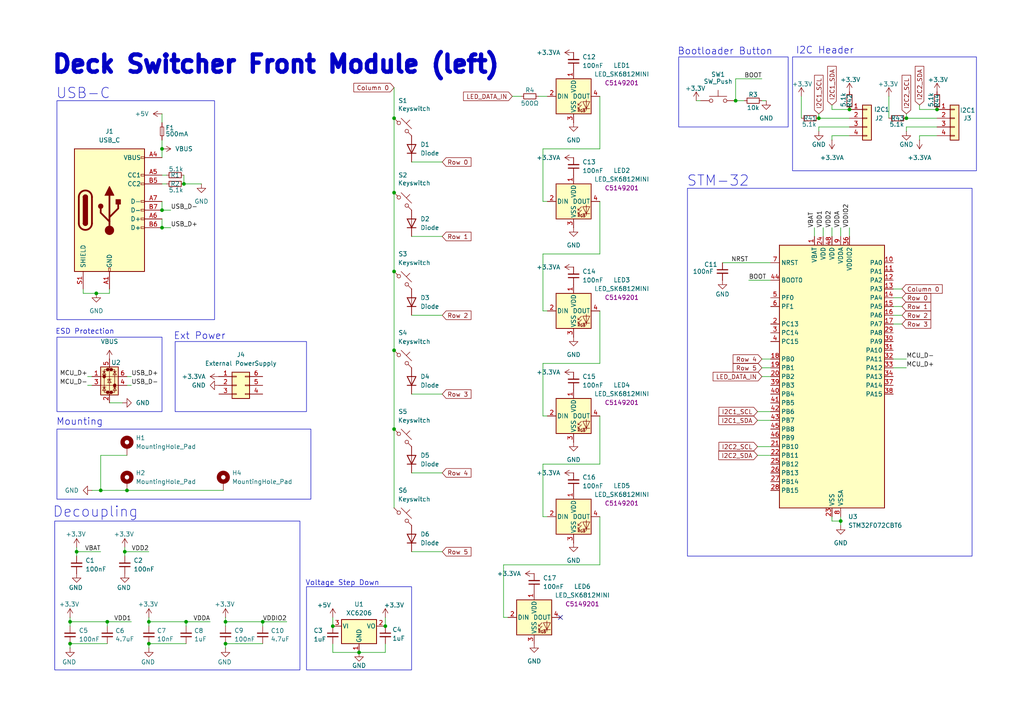
<source format=kicad_sch>
(kicad_sch (version 20250114) (generator "eeschema") (generator_version "9.0")
  (paper "A4")
  (rectangle (start 199.39 54.61) (end 281.94 161.29))
  (rectangle (start 88.9 170.18) (end 119.38 194.31))
  (rectangle (start 15.875 151.13) (end 86.995 194.31))
  (rectangle (start 50.8 99.06) (end 88.9 119.38))
  (rectangle (start 16.51 124.46) (end 90.17 144.78))
  (rectangle (start 16.51 29.21) (end 62.23 92.71))
  (rectangle (start 16.51 97.79) (end 46.99 119.38))
  (rectangle (start 196.85 16.51) (end 228.6 36.83))
  (rectangle (start 229.87 16.51) (end 283.21 49.53))
  (text "ESD Protection" (at 24.638 96.266 0) (effects (font (size 1.5 1.5))))
  (text "Ext Power" (at 57.912 97.536 0) (effects (font (size 2 2))))
  (text "Voltage Step Down" (at 99.314 169.164 0) (effects (font (size 1.5 1.5))))
  (text "Bootloader Button" (at 210.312 14.986 0) (effects (font (size 2 2))))
  (text "Decoupling" (at 27.686 148.59 0) (effects (font (size 3 3))))
  (text "I2C Header" (at 239.268 14.732 0) (effects (font (size 2 2))))
  (text "STM-32" (at 208.28 52.578 0) (effects (font (size 3 3))))
  (text "USB-C" (at 24.13 27.178 0) (effects (font (size 3 3))))
  (text "Mounting\n" (at 23.114 122.428 0) (effects (font (size 2 2))))
  (text "Deck Switcher Front Module (left)" (at 80.01 18.796 0) (effects (font (size 5 5) (thickness 1.6) (bold yes))))
  (junction (at 46.99 66.04))
  (junction (at 114.3 101.6))
  (junction (at 43.18 186.69))
  (junction (at 114.3 124.46))
  (junction (at 31.115 180.34))
  (junction (at 29.21 142.24))
  (junction (at 114.3 55.88))
  (junction (at 65.405 180.34))
  (junction (at 76.2 180.34))
  (junction (at 53.34 53.34))
  (junction (at 271.78 31.75))
  (junction (at 46.99 60.96))
  (junction (at 114.3 34.29))
  (junction (at 114.3 78.74))
  (junction (at 53.975 180.34))
  (junction (at 96.52 181.61))
  (junction (at 246.38 31.75))
  (junction (at 20.32 186.69))
  (junction (at 65.405 186.69))
  (junction (at 213.36 29.21))
  (junction (at 111.76 181.61))
  (junction (at 36.195 160.02))
  (junction (at 36.83 142.24))
  (junction (at 46.99 43.18))
  (junction (at 22.225 160.02))
  (junction (at 27.94 85.09))
  (junction (at 43.18 180.34))
  (junction (at 237.49 34.29))
  (junction (at 104.14 189.23))
  (junction (at 262.89 34.29))
  (junction (at 243.84 151.13))
  (junction (at 20.32 180.34))
  (no_connect (at 162.56 179.07))
  (wire (pts (xy 148.59 27.94) (xy 151.13 27.94)))
  (wire (pts (xy 43.18 179.07) (xy 43.18 180.34)))
  (wire (pts (xy 173.99 73.66) (xy 157.48 73.66)))
  (wire (pts (xy 111.76 189.23) (xy 111.76 186.69)))
  (wire (pts (xy 220.98 22.86) (xy 213.36 22.86)))
  (wire (pts (xy 259.08 86.36) (xy 261.62 86.36)))
  (wire (pts (xy 111.76 179.07) (xy 111.76 181.61)))
  (wire (pts (xy 173.99 105.41) (xy 157.48 105.41)))
  (wire (pts (xy 173.99 90.17) (xy 173.99 105.41)))
  (wire (pts (xy 146.05 179.07) (xy 147.32 179.07)))
  (wire (pts (xy 65.405 180.34) (xy 76.2 180.34)))
  (wire (pts (xy 173.99 134.62) (xy 157.48 134.62)))
  (wire (pts (xy 65.405 180.34) (xy 65.405 181.61)))
  (wire (pts (xy 46.99 40.64) (xy 46.99 43.18)))
  (wire (pts (xy 27.94 85.09) (xy 24.13 85.09)))
  (wire (pts (xy 220.98 109.22) (xy 223.52 109.22)))
  (wire (pts (xy 119.38 91.44) (xy 128.27 91.44)))
  (wire (pts (xy 76.2 180.34) (xy 76.2 181.61)))
  (wire (pts (xy 257.81 27.94) (xy 257.81 34.29)))
  (wire (pts (xy 219.71 132.08) (xy 223.52 132.08)))
  (wire (pts (xy 241.3 40.64) (xy 241.3 39.37)))
  (wire (pts (xy 243.84 151.13) (xy 243.84 152.4)))
  (wire (pts (xy 36.195 160.02) (xy 36.195 161.29)))
  (wire (pts (xy 65.405 187.96) (xy 65.405 186.69)))
  (wire (pts (xy 53.975 180.34) (xy 60.96 180.34)))
  (wire (pts (xy 29.21 142.24) (xy 36.83 142.24)))
  (wire (pts (xy 36.83 142.24) (xy 64.77 142.24)))
  (wire (pts (xy 201.93 29.21) (xy 203.2 29.21)))
  (wire (pts (xy 156.21 27.94) (xy 158.75 27.94)))
  (wire (pts (xy 220.98 104.14) (xy 223.52 104.14)))
  (wire (pts (xy 38.1 109.22) (xy 36.83 109.22)))
  (wire (pts (xy 43.18 160.02) (xy 36.195 160.02)))
  (wire (pts (xy 36.195 158.75) (xy 36.195 160.02)))
  (wire (pts (xy 259.08 83.82) (xy 261.62 83.82)))
  (wire (pts (xy 157.48 120.65) (xy 158.75 120.65)))
  (wire (pts (xy 20.32 179.07) (xy 20.32 180.34)))
  (wire (pts (xy 29.21 132.08) (xy 36.83 132.08)))
  (wire (pts (xy 157.48 105.41) (xy 157.48 120.65)))
  (wire (pts (xy 266.7 40.64) (xy 266.7 39.37)))
  (wire (pts (xy 96.52 189.23) (xy 104.14 189.23)))
  (wire (pts (xy 266.7 30.48) (xy 266.7 31.75)))
  (wire (pts (xy 96.52 186.69) (xy 96.52 189.23)))
  (wire (pts (xy 29.21 142.24) (xy 29.21 132.08)))
  (wire (pts (xy 259.08 88.9) (xy 261.62 88.9)))
  (wire (pts (xy 31.115 180.34) (xy 38.1 180.34)))
  (wire (pts (xy 46.99 58.42) (xy 46.99 60.96)))
  (wire (pts (xy 237.49 34.29) (xy 246.38 34.29)))
  (wire (pts (xy 114.3 55.88) (xy 114.3 78.74)))
  (wire (pts (xy 219.71 119.38) (xy 223.52 119.38)))
  (wire (pts (xy 43.18 180.34) (xy 53.975 180.34)))
  (wire (pts (xy 243.84 149.86) (xy 243.84 151.13)))
  (wire (pts (xy 46.99 53.34) (xy 48.26 53.34)))
  (wire (pts (xy 238.76 66.04) (xy 238.76 68.58)))
  (wire (pts (xy 241.3 39.37) (xy 246.38 39.37)))
  (wire (pts (xy 43.18 187.96) (xy 43.18 186.69)))
  (wire (pts (xy 173.99 58.42) (xy 173.99 73.66)))
  (wire (pts (xy 262.89 33.02) (xy 262.89 34.29)))
  (wire (pts (xy 26.67 142.24) (xy 29.21 142.24)))
  (wire (pts (xy 262.89 34.29) (xy 271.78 34.29)))
  (wire (pts (xy 217.17 81.28) (xy 223.52 81.28)))
  (wire (pts (xy 20.32 187.96) (xy 20.32 186.69)))
  (wire (pts (xy 259.08 91.44) (xy 261.62 91.44)))
  (wire (pts (xy 173.99 163.83) (xy 146.05 163.83)))
  (wire (pts (xy 157.48 73.66) (xy 157.48 90.17)))
  (wire (pts (xy 157.48 43.18) (xy 157.48 58.42)))
  (wire (pts (xy 119.38 46.99) (xy 128.27 46.99)))
  (wire (pts (xy 157.48 90.17) (xy 158.75 90.17)))
  (wire (pts (xy 232.41 27.94) (xy 232.41 34.29)))
  (wire (pts (xy 259.08 104.14) (xy 262.89 104.14)))
  (wire (pts (xy 236.22 66.04) (xy 236.22 68.58)))
  (wire (pts (xy 104.14 189.23) (xy 111.76 189.23)))
  (wire (pts (xy 213.36 29.21) (xy 215.9 29.21)))
  (wire (pts (xy 46.99 50.8) (xy 48.26 50.8)))
  (wire (pts (xy 157.48 149.86) (xy 158.75 149.86)))
  (wire (pts (xy 22.225 158.75) (xy 22.225 160.02)))
  (wire (pts (xy 114.3 78.74) (xy 114.3 101.6)))
  (wire (pts (xy 43.18 180.34) (xy 43.18 181.61)))
  (wire (pts (xy 173.99 27.94) (xy 173.99 43.18)))
  (wire (pts (xy 219.71 121.92) (xy 223.52 121.92)))
  (wire (pts (xy 65.405 186.69) (xy 76.2 186.69)))
  (wire (pts (xy 22.225 160.02) (xy 22.225 161.29)))
  (wire (pts (xy 49.53 60.96) (xy 46.99 60.96)))
  (wire (pts (xy 119.38 137.16) (xy 128.27 137.16)))
  (wire (pts (xy 220.98 106.68) (xy 223.52 106.68)))
  (wire (pts (xy 262.89 38.1) (xy 262.89 36.83)))
  (wire (pts (xy 20.32 180.34) (xy 31.115 180.34)))
  (wire (pts (xy 114.3 101.6) (xy 114.3 124.46)))
  (wire (pts (xy 237.49 38.1) (xy 237.49 36.83)))
  (wire (pts (xy 262.89 36.83) (xy 271.78 36.83)))
  (wire (pts (xy 29.21 160.02) (xy 22.225 160.02)))
  (wire (pts (xy 114.3 34.29) (xy 114.3 55.88)))
  (wire (pts (xy 76.2 180.34) (xy 83.185 180.34)))
  (wire (pts (xy 25.4 111.76) (xy 26.67 111.76)))
  (wire (pts (xy 241.3 149.86) (xy 241.3 151.13)))
  (wire (pts (xy 20.32 186.69) (xy 31.115 186.69)))
  (wire (pts (xy 266.7 39.37) (xy 271.78 39.37)))
  (wire (pts (xy 53.34 53.34) (xy 58.42 53.34)))
  (wire (pts (xy 24.13 85.09) (xy 24.13 83.82)))
  (wire (pts (xy 237.49 33.02) (xy 237.49 34.29)))
  (wire (pts (xy 241.3 31.75) (xy 246.38 31.75)))
  (wire (pts (xy 173.99 120.65) (xy 173.99 134.62)))
  (wire (pts (xy 237.49 36.83) (xy 246.38 36.83)))
  (wire (pts (xy 35.56 116.84) (xy 31.75 116.84)))
  (wire (pts (xy 209.55 76.2) (xy 223.52 76.2)))
  (wire (pts (xy 266.7 31.75) (xy 271.78 31.75)))
  (wire (pts (xy 243.84 66.04) (xy 243.84 68.58)))
  (wire (pts (xy 220.98 29.21) (xy 222.25 29.21)))
  (wire (pts (xy 157.48 134.62) (xy 157.48 149.86)))
  (wire (pts (xy 27.94 85.09) (xy 31.75 85.09)))
  (wire (pts (xy 53.975 180.34) (xy 53.975 181.61)))
  (wire (pts (xy 46.99 43.18) (xy 46.99 45.72)))
  (wire (pts (xy 20.32 180.34) (xy 20.32 181.61)))
  (wire (pts (xy 31.75 85.09) (xy 31.75 83.82)))
  (wire (pts (xy 259.08 93.98) (xy 261.62 93.98)))
  (wire (pts (xy 219.71 129.54) (xy 223.52 129.54)))
  (wire (pts (xy 119.38 68.58) (xy 128.27 68.58)))
  (wire (pts (xy 43.18 186.69) (xy 53.975 186.69)))
  (wire (pts (xy 96.52 179.07) (xy 96.52 181.61)))
  (wire (pts (xy 157.48 58.42) (xy 158.75 58.42)))
  (wire (pts (xy 241.3 151.13) (xy 243.84 151.13)))
  (wire (pts (xy 173.99 43.18) (xy 157.48 43.18)))
  (wire (pts (xy 119.38 160.02) (xy 128.27 160.02)))
  (wire (pts (xy 53.34 50.8) (xy 53.34 53.34)))
  (wire (pts (xy 46.99 33.02) (xy 46.99 35.56)))
  (wire (pts (xy 119.38 114.3) (xy 128.27 114.3)))
  (wire (pts (xy 173.99 149.86) (xy 173.99 163.83)))
  (wire (pts (xy 213.36 22.86) (xy 213.36 29.21)))
  (wire (pts (xy 241.3 66.04) (xy 241.3 68.58)))
  (wire (pts (xy 146.05 163.83) (xy 146.05 179.07)))
  (wire (pts (xy 259.08 106.68) (xy 262.89 106.68)))
  (wire (pts (xy 49.53 66.04) (xy 46.99 66.04)))
  (wire (pts (xy 25.4 109.22) (xy 26.67 109.22)))
  (wire (pts (xy 31.115 180.34) (xy 31.115 181.61)))
  (wire (pts (xy 46.99 63.5) (xy 46.99 66.04)))
  (wire (pts (xy 38.1 111.76) (xy 36.83 111.76)))
  (wire (pts (xy 114.3 25.4) (xy 114.3 34.29)))
  (wire (pts (xy 241.3 30.48) (xy 241.3 31.75)))
  (wire (pts (xy 114.3 124.46) (xy 114.3 147.32)))
  (wire (pts (xy 246.38 66.04) (xy 246.38 68.58)))
  (wire (pts (xy 65.405 179.07) (xy 65.405 180.34)))
  (label "MCU_D-" (at 25.4 111.76 180))
  (label "VDD1" (at 238.76 66.04 90))
  (label "VDDA" (at 60.96 180.34 180))
  (label "USB_D-" (at 38.1 111.76 0))
  (label "MCU_D+" (at 25.4 109.22 180))
  (label "VDDIO2" (at 83.185 180.34 180))
  (label "USB_D+" (at 49.53 66.04 0))
  (label "VDDA" (at 243.84 66.04 90))
  (label "BOOT" (at 220.98 22.86 180))
  (label "VDDIO2" (at 246.38 66.04 90))
  (label "BOOT" (at 217.17 81.28 0))
  (label "MCU_D+" (at 262.89 106.68 0))
  (label "USB_D-" (at 49.53 60.96 0))
  (label "VDD1" (at 38.1 180.34 180))
  (label "MCU_D-" (at 262.89 104.14 0))
  (label "NRST" (at 212.09 76.2 0))
  (label "VBAT" (at 29.21 160.02 180))
  (label "VDD2" (at 43.18 160.02 180))
  (label "VBAT" (at 236.22 66.04 90))
  (label "VDD2" (at 241.3 66.04 90))
  (label "USB_D+" (at 38.1 109.22 0))
  (global_label "Row 4" (shape input) (at 128.27 137.16 0) (property "Intersheetrefs" "${INTERSHEET_REFS}" (effects (hide yes))))
  (global_label "Row 0" (shape input) (at 261.62 86.36 0) (property "Intersheetrefs" "${INTERSHEET_REFS}" (effects (hide yes))))
  (global_label "Column 0" (shape input) (at 114.3 25.4 180) (property "Intersheetrefs" "${INTERSHEET_REFS}" (effects (hide yes))))
  (global_label "Row 0" (shape input) (at 128.27 46.99 0) (property "Intersheetrefs" "${INTERSHEET_REFS}" (effects (hide yes))))
  (global_label "I2C2_SDA" (shape input) (at 219.71 132.08 180) (property "Intersheetrefs" "${INTERSHEET_REFS}" (effects (hide yes))))
  (global_label "Row 5" (shape input) (at 128.27 160.02 0) (property "Intersheetrefs" "${INTERSHEET_REFS}" (effects (hide yes))))
  (global_label "Column 0" (shape input) (at 261.62 83.82 0) (property "Intersheetrefs" "${INTERSHEET_REFS}" (effects (hide yes))))
  (global_label "I2C1_SCL" (shape input) (at 219.71 119.38 180) (property "Intersheetrefs" "${INTERSHEET_REFS}" (effects (hide yes))))
  (global_label "I2C2_SCL" (shape input) (at 219.71 129.54 180) (property "Intersheetrefs" "${INTERSHEET_REFS}" (effects (hide yes))))
  (global_label "Row 3" (shape input) (at 261.62 93.98 0) (property "Intersheetrefs" "${INTERSHEET_REFS}" (effects (hide yes))))
  (global_label "Row 1" (shape input) (at 261.62 88.9 0) (property "Intersheetrefs" "${INTERSHEET_REFS}" (effects (hide yes))))
  (global_label "I2C1_SDA" (shape input) (at 219.71 121.92 180) (property "Intersheetrefs" "${INTERSHEET_REFS}" (effects (hide yes))))
  (global_label "LED_DATA_IN" (shape input) (at 148.59 27.94 180) (property "Intersheetrefs" "${INTERSHEET_REFS}" (effects (hide yes))))
  (global_label "Row 2" (shape input) (at 261.62 91.44 0) (property "Intersheetrefs" "${INTERSHEET_REFS}" (effects (hide yes))))
  (global_label "I2C1_SCL" (shape input) (at 237.49 33.02 90) (property "Intersheetrefs" "${INTERSHEET_REFS}" (effects (hide yes))))
  (global_label "I2C1_SDA" (shape input) (at 241.3 30.48 90) (property "Intersheetrefs" "${INTERSHEET_REFS}" (effects (hide yes))))
  (global_label "Row 1" (shape input) (at 128.27 68.58 0) (property "Intersheetrefs" "${INTERSHEET_REFS}" (effects (hide yes))))
  (global_label "Row 3" (shape input) (at 128.27 114.3 0) (property "Intersheetrefs" "${INTERSHEET_REFS}" (effects (hide yes))))
  (global_label "Row 5" (shape input) (at 220.98 106.68 180) (property "Intersheetrefs" "${INTERSHEET_REFS}" (effects (hide yes))))
  (global_label "I2C2_SDA" (shape input) (at 266.7 30.48 90) (property "Intersheetrefs" "${INTERSHEET_REFS}" (effects (hide yes))))
  (global_label "Row 2" (shape input) (at 128.27 91.44 0) (property "Intersheetrefs" "${INTERSHEET_REFS}" (effects (hide yes))))
  (global_label "LED_DATA_IN" (shape input) (at 220.98 109.22 180) (property "Intersheetrefs" "${INTERSHEET_REFS}" (effects (hide yes))))
  (global_label "Row 4" (shape input) (at 220.98 104.14 180) (property "Intersheetrefs" "${INTERSHEET_REFS}" (effects (hide yes))))
  (global_label "I2C2_SCL" (shape input) (at 262.89 33.02 90) (property "Intersheetrefs" "${INTERSHEET_REFS}" (effects (hide yes))))
  (symbol (lib_id "power:GND") (at 166.37 128.27 0) (unit 1)
    (property "Reference" "#PWR036" (effects (hide yes)))
    (property "Value" "GND" (at 166.37 133.35 0))
    (property "Description" "Power symbol creates a global label with name \"GND\" , ground" (effects (hide yes)))
  )
  (symbol (lib_id "Connector_Generic:Conn_01x04") (at 251.46 34.29 0) (unit 1)
    (property "Reference" "J2" (at 253.746 34.29 0) (effects (justify left)))
    (property "Value" "I2C1" (at 253.492 31.75 0) (effects (justify left)))
    (property "Footprint" "Connector_JST:JST_EH_B4B-EH-A_1x04_P2.50mm_Vertical" (effects (hide yes)))
    (property "Description" "4P EH 1x4P Tin -25℃~+85℃ White 2.5mm 250V 4 3A 1 Through Hole Through Hole,P=2.5mm Headers, Male Pins RoHS" (effects (hide yes)))
    (property "LCSC" "C160258" (effects (hide yes)))
  )
  (symbol (lib_id "power:+3.3V") (at 65.405 179.07 0) (unit 1)
    (property "Reference" "#PWR09" (effects (hide yes)))
    (property "Value" "+3.3V" (at 65.151 175.26 0))
    (property "Description" "Power symbol creates a global label with name \"+3.3V\"" (effects (hide yes)))
  )
  (symbol (lib_id "power:+3.3V") (at 201.93 29.21 0) (unit 1)
    (property "Reference" "#PWR019" (effects (hide yes)))
    (property "Value" "+3.3V" (at 201.676 25.654 0))
    (property "Description" "Power symbol creates a global label with name \"+3.3V\"" (effects (hide yes)))
  )
  (symbol (lib_id "power:+3.3VA") (at 166.37 15.24 90) (unit 1)
    (property "Reference" "#PWR047" (effects (hide yes)))
    (property "Value" "+3.3VA" (at 162.56 15.2399 90) (effects (justify left)))
    (property "Description" "Power symbol creates a global label with name \"+3.3VA\"" (effects (hide yes)))
  )
  (symbol (lib_id "ScottoKeebs:Placeholder_Keyswitch") (at 116.84 81.28 0) (unit 1)
    (property "Reference" "S3" (at 116.84 73.66 0))
    (property "Value" "Keyswitch" (at 120.142 76.2 0))
    (property "Footprint" "ScottoKeebs_MX:MX_PCB_1.00u" (effects (hide yes)))
    (property "Description" "Push button switch, normally open, two pins, 45° tilted" (effects (hide yes)))
  )
  (symbol (lib_id "ScottoKeebs:Placeholder_Keyswitch") (at 116.84 127 0) (unit 1)
    (property "Reference" "S5" (at 116.84 119.38 0))
    (property "Value" "Keyswitch" (at 120.142 121.92 0))
    (property "Footprint" "ScottoKeebs_MX:MX_PCB_1.00u" (effects (hide yes)))
    (property "Description" "Push button switch, normally open, two pins, 45° tilted" (effects (hide yes)))
  )
  (symbol (lib_id "Regulator_Linear:XC6206PxxxMR") (at 104.14 181.61 0) (unit 1)
    (property "Reference" "U1" (at 104.14 175.26 0))
    (property "Value" "XC6206" (at 104.14 177.8 0))
    (property "Footprint" "Package_TO_SOT_SMD:SOT-23-3" (effects (hide yes)))
    (property "Datasheet" "https://www.torexsemi.com/file/xc6206/XC6206.pdf" (effects (hide yes)))
    (property "Description" "Positive 60-250mA Low Dropout Regulator, Fixed Output, SOT-23" (effects (hide yes)))
    (property "LCSC" "C5446" (effects (hide yes)))
  )
  (symbol (lib_id "Device:R_Small") (at 218.44 29.21 270) (unit 1)
    (property "Reference" "R3" (at 218.44 27.432 90))
    (property "Value" "10k" (at 218.44 31.242 90))
    (property "Footprint" "Capacitor_SMD:C_0402_1005Metric_Pad0.74x0.62mm_HandSolder" (effects (hide yes)))
    (property "Description" "Resistor, small symbol" (effects (hide yes)))
    (property "LCSC" "C25744" (effects (hide yes)))
  )
  (symbol (lib_id "Device:C_Small") (at 20.32 184.15 180) (unit 1)
    (property "Reference" "C5" (at 22.86 182.8735 0) (effects (justify right)))
    (property "Value" "100nF" (at 22.86 185.4135 0) (effects (justify right)))
    (property "Footprint" "Capacitor_SMD:C_0402_1005Metric_Pad0.74x0.62mm_HandSolder" (effects (hide yes)))
    (property "Description" "Unpolarized capacitor, small symbol" (effects (hide yes)))
    (property "LCSC" "C307331" (effects (hide yes)))
    (property "MPN" "CL05B104KB54PNC" (effects (hide yes)))
  )
  (symbol (lib_id "power:+3.3V") (at 246.38 26.67 0) (unit 1)
    (property "Reference" "#PWR068" (effects (hide yes)))
    (property "Value" "+3.3V" (at 246.634 23.114 0))
    (property "Description" "Power symbol creates a global label with name \"+3.3V\"" (effects (hide yes)))
  )
  (symbol (lib_id "power:GND") (at 26.67 142.24 270) (unit 1)
    (property "Reference" "#PWR028" (effects (hide yes)))
    (property "Value" "GND" (at 22.86 142.2399 90) (effects (justify right)))
    (property "Description" "Power symbol creates a global label with name \"GND\" , ground" (effects (hide yes)))
  )
  (symbol (lib_id "power:GND") (at 166.37 157.48 0) (unit 1)
    (property "Reference" "#PWR038" (effects (hide yes)))
    (property "Value" "GND" (at 166.37 162.56 0))
    (property "Description" "Power symbol creates a global label with name \"GND\" , ground" (effects (hide yes)))
  )
  (symbol (lib_id "Device:C_Small") (at 166.37 139.7 180) (unit 1)
    (property "Reference" "C16" (at 168.91 138.4235 0) (effects (justify right)))
    (property "Value" "100nF" (at 168.91 140.9635 0) (effects (justify right)))
    (property "Footprint" "Capacitor_SMD:C_0402_1005Metric_Pad0.74x0.62mm_HandSolder" (effects (hide yes)))
    (property "Description" "Unpolarized capacitor, small symbol" (effects (hide yes)))
    (property "LCSC" "C307331" (effects (hide yes)))
    (property "MPN" "CL05B104KB54PNC" (effects (hide yes)))
  )
  (symbol (lib_id "Connector_Generic:Conn_01x04") (at 276.86 34.29 0) (unit 1)
    (property "Reference" "J3" (at 279.4 34.2899 0) (effects (justify left)))
    (property "Value" "I2C1" (at 278.384 32.004 0) (effects (justify left)))
    (property "Footprint" "Connector_JST:JST_EH_B4B-EH-A_1x04_P2.50mm_Vertical" (effects (hide yes)))
    (property "Description" "4P EH 1x4P Tin -25℃~+85℃ White 2.5mm 250V 4 3A 1 Through Hole Through Hole,P=2.5mm Headers, Male Pins RoHS" (effects (hide yes)))
    (property "LCSC" "C160258" (effects (hide yes)))
  )
  (symbol (lib_id "power:VBUS") (at 46.99 43.18 270) (unit 1)
    (property "Reference" "#PWR015" (effects (hide yes)))
    (property "Value" "VBUS" (at 50.8 43.1799 90) (effects (justify left)))
    (property "Description" "Power symbol creates a global label with name \"VBUS\"" (effects (hide yes)))
  )
  (symbol (lib_id "power:+3.3V") (at 22.225 158.75 0) (unit 1)
    (property "Reference" "#PWR01" (effects (hide yes)))
    (property "Value" "+3.3V" (at 21.971 154.94 0))
    (property "Description" "Power symbol creates a global label with name \"+3.3V\"" (effects (hide yes)))
  )
  (symbol (lib_id "power:GND") (at 43.18 187.96 0) (unit 1)
    (property "Reference" "#PWR013" (effects (hide yes)))
    (property "Value" "GND" (at 42.926 192.024 0))
    (property "Description" "Power symbol creates a global label with name \"GND\" , ground" (effects (hide yes)))
  )
  (symbol (lib_id "Power_Protection:USBLC6-2SC6") (at 31.75 109.22 0) (unit 1)
    (property "Reference" "U2" (at 32.258 105.156 0) (effects (justify left)))
    (property "Value" "USBLC6-2SC6" (effects (hide yes)))
    (property "Footprint" "Package_TO_SOT_SMD:SOT-23-6_Handsoldering" (effects (hide yes)))
    (property "Datasheet" "https://www.st.com/resource/en/datasheet/usblc6-2.pdf" (effects (hide yes)))
    (property "Description" "Very low capacitance ESD protection diode, 2 data-line, SOT-23-6" (effects (hide yes)))
    (property "LCSC" "C2827654" (effects (hide yes)))
  )
  (symbol (lib_id "power:+3.3VA") (at 266.7 40.64 180) (unit 1)
    (property "Reference" "#PWR070" (effects (hide yes)))
    (property "Value" "+3.3VA" (at 266.7 45.72 0))
    (property "Description" "Power symbol creates a global label with name \"+3.3VA\"" (effects (hide yes)))
  )
  (symbol (lib_id "power:+3.3V") (at 20.32 179.07 0) (unit 1)
    (property "Reference" "#PWR07" (effects (hide yes)))
    (property "Value" "+3.3V" (at 20.066 175.26 0))
    (property "Description" "Power symbol creates a global label with name \"+3.3V\"" (effects (hide yes)))
  )
  (symbol (lib_id "power:GND") (at 237.49 38.1 0) (unit 1)
    (property "Reference" "#PWR023" (effects (hide yes)))
    (property "Value" "GND" (at 237.49 41.91 0))
    (property "Description" "Power symbol creates a global label with name \"GND\" , ground" (effects (hide yes)))
  )
  (symbol (lib_id "Mechanical:MountingHole_Pad") (at 36.83 139.7 0) (unit 1) (in_bom no)
    (property "Reference" "H2" (at 39.37 137.1599 0) (effects (justify left)))
    (property "Value" "MountingHole_Pad" (at 39.37 139.6999 0) (effects (justify left)))
    (property "Footprint" "MountingHole:MountingHole_2.2mm_M2_Pad_Via" (effects (hide yes)))
    (property "Description" "Mounting Hole with connection" (effects (hide yes)))
  )
  (symbol (lib_id "ScottoKeebs:Placeholder_Diode") (at 119.38 43.18 90) (unit 1)
    (property "Reference" "D1" (at 121.92 41.9099 90) (effects (justify right)))
    (property "Value" "Diode" (at 121.92 44.4499 90) (effects (justify right)))
    (property "Footprint" "diode-default-kiloan-keyboards:SOD-123_ONS" (effects (hide yes)))
    (property "Datasheet" "https://www.lcsc.com/datasheet/lcsc_datasheet_2410010301_onsemi-MMSD4148T1G_C11177.pdf" (effects (hide yes)))
    (property "Description" "1N4148W (SOD-123_ONS)" (effects (hide yes)))
    (property "LCSC" "C11177" (effects (hide yes)))
    (property "Sim.Device" "D" (effects (hide yes)))
    (property "Sim.Pins" "1=K 2=A" (effects (hide yes)))
  )
  (symbol (lib_id "Keyboard_stuff:LED_SK6812MINI") (at 166.37 149.86 0) (unit 1)
    (property "Reference" "LED5" (at 180.34 140.8998 0))
    (property "Value" "LED_SK6812MINI" (at 180.34 143.4398 0))
    (property "Footprint" "ScottoKeebs_Components:LED_SK6812MINI" (effects (hide yes)))
    (property "Datasheet" "https://www.lcsc.com/datasheet/C5149201.pdf" (effects (hide yes)))
    (property "Description" "RGB LED with integrated controller" (effects (hide yes)))
    (property "LCSC" "C5149201" (at 180.34 145.9798 0))
  )
  (symbol (lib_id "Device:C_Small") (at 96.52 184.15 0) (unit 1)
    (property "Reference" "C3" (at 90.932 182.88 0) (effects (justify left)))
    (property "Value" "1uF" (at 90.932 185.42 0) (effects (justify left)))
    (property "Footprint" "Capacitor_SMD:C_0402_1005Metric_Pad0.74x0.62mm_HandSolder" (effects (hide yes)))
    (property "Description" "Unpolarized capacitor, small symbol" (effects (hide yes)))
    (property "LCSC" "C52923" (effects (hide yes)))
  )
  (symbol (lib_id "Device:C_Small") (at 76.2 184.15 180) (unit 1)
    (property "Reference" "C10" (at 78.5241 182.9314 0) (effects (justify right)))
    (property "Value" "4.7uF" (at 78.5241 185.3557 0) (effects (justify right)))
    (property "Footprint" "Capacitor_SMD:C_0402_1005Metric_Pad0.74x0.62mm_HandSolder" (effects (hide yes)))
    (property "Description" "Unpolarized capacitor, small symbol" (effects (hide yes)))
    (property "LCSC" "C23733" (effects (hide yes)))
    (property "MPN" "CL05A475MP5NRNC" (effects (hide yes)))
  )
  (symbol (lib_id "Device:C_Small") (at 166.37 110.49 180) (unit 1)
    (property "Reference" "C15" (at 168.91 109.2135 0) (effects (justify right)))
    (property "Value" "100nF" (at 168.91 111.7535 0) (effects (justify right)))
    (property "Footprint" "Capacitor_SMD:C_0402_1005Metric_Pad0.74x0.62mm_HandSolder" (effects (hide yes)))
    (property "Description" "Unpolarized capacitor, small symbol" (effects (hide yes)))
    (property "LCSC" "C307331" (effects (hide yes)))
    (property "MPN" "CL05B104KB54PNC" (effects (hide yes)))
  )
  (symbol (lib_id "ScottoKeebs:Placeholder_Keyswitch") (at 116.84 36.83 0) (unit 1)
    (property "Reference" "S1" (at 116.84 29.21 0))
    (property "Value" "Keyswitch" (at 120.142 31.496 0))
    (property "Footprint" "ScottoKeebs_MX:MX_PCB_1.00u" (effects (hide yes)))
    (property "Description" "Push button switch, normally open, two pins, 45° tilted" (effects (hide yes)))
  )
  (symbol (lib_id "power:GND") (at 222.25 29.21 0) (unit 1)
    (property "Reference" "#PWR020" (effects (hide yes)))
    (property "Value" "GND" (at 222.25 34.29 0))
    (property "Description" "Power symbol creates a global label with name \"GND\" , ground" (effects (hide yes)))
  )
  (symbol (lib_id "power:GND") (at 36.195 166.37 0) (unit 1)
    (property "Reference" "#PWR06" (effects (hide yes)))
    (property "Value" "GND" (at 35.941 170.434 0))
    (property "Description" "Power symbol creates a global label with name \"GND\" , ground" (effects (hide yes)))
  )
  (symbol (lib_id "Device:R_Small") (at 246.38 29.21 180) (unit 1)
    (property "Reference" "R42" (at 246.38 29.21 90))
    (property "Value" "5.1k" (at 244.602 28.956 90))
    (property "Footprint" "Capacitor_SMD:C_0402_1005Metric_Pad0.74x0.62mm_HandSolder" (effects (hide yes)))
    (property "Description" "Resistor, small symbol" (effects (hide yes)))
    (property "LCSC" "C25905" (effects (hide yes)))
  )
  (symbol (lib_id "power:+3.3VA") (at 241.3 40.64 180) (unit 1)
    (property "Reference" "#PWR066" (effects (hide yes)))
    (property "Value" "+3.3VA" (at 241.3 45.72 0))
    (property "Description" "Power symbol creates a global label with name \"+3.3VA\"" (effects (hide yes)))
  )
  (symbol (lib_id "ScottoKeebs:Placeholder_Keyswitch") (at 116.84 104.14 0) (unit 1)
    (property "Reference" "S4" (at 116.84 96.52 0))
    (property "Value" "Keyswitch" (at 120.142 99.06 0))
    (property "Footprint" "ScottoKeebs_MX:MX_PCB_1.00u" (effects (hide yes)))
    (property "Description" "Push button switch, normally open, two pins, 45° tilted" (effects (hide yes)))
  )
  (symbol (lib_id "ScottoKeebs:Placeholder_Diode") (at 119.38 110.49 90) (unit 1)
    (property "Reference" "D4" (at 121.92 109.2199 90) (effects (justify right)))
    (property "Value" "Diode" (at 121.92 111.7599 90) (effects (justify right)))
    (property "Footprint" "diode-default-kiloan-keyboards:SOD-123_ONS" (effects (hide yes)))
    (property "Datasheet" "https://www.lcsc.com/datasheet/lcsc_datasheet_2410010301_onsemi-MMSD4148T1G_C11177.pdf" (effects (hide yes)))
    (property "Description" "1N4148W (SOD-123_ONS)" (effects (hide yes)))
    (property "LCSC" "C11177" (effects (hide yes)))
    (property "Sim.Device" "D" (effects (hide yes)))
    (property "Sim.Pins" "1=K 2=A" (effects (hide yes)))
  )
  (symbol (lib_id "Device:R_Small") (at 153.67 27.94 270) (unit 1)
    (property "Reference" "R4" (at 153.67 26.162 90))
    (property "Value" "500Ω" (at 153.67 29.972 90))
    (property "Footprint" "Resistor_SMD:R_0805_2012Metric_Pad1.20x1.40mm_HandSolder" (effects (hide yes)))
    (property "Datasheet" "https://www.lcsc.com/datasheet/C2828857.pdf" (effects (hide yes)))
    (property "Description" "125mW 500Ω 150V ±25ppm/℃ Thin Film Resistor ±1% 0805 Chip Resistor - Surface Mount RoHS" (effects (hide yes)))
    (property "LCSC" "C2828857" (effects (hide yes)))
  )
  (symbol (lib_id "power:+3.3VA") (at 166.37 45.72 90) (unit 1)
    (property "Reference" "#PWR048" (effects (hide yes)))
    (property "Value" "+3.3VA" (at 162.56 45.7199 90) (effects (justify left)))
    (property "Description" "Power symbol creates a global label with name \"+3.3VA\"" (effects (hide yes)))
  )
  (symbol (lib_id "power:GND") (at 20.32 187.96 0) (unit 1)
    (property "Reference" "#PWR012" (effects (hide yes)))
    (property "Value" "GND" (at 20.066 192.024 0))
    (property "Description" "Power symbol creates a global label with name \"GND\" , ground" (effects (hide yes)))
  )
  (symbol (lib_id "Device:C_Small") (at 166.37 48.26 180) (unit 1)
    (property "Reference" "C13" (at 168.91 46.9835 0) (effects (justify right)))
    (property "Value" "100nF" (at 168.91 49.5235 0) (effects (justify right)))
    (property "Footprint" "Capacitor_SMD:C_0402_1005Metric_Pad0.74x0.62mm_HandSolder" (effects (hide yes)))
    (property "Description" "Unpolarized capacitor, small symbol" (effects (hide yes)))
    (property "LCSC" "C307331" (effects (hide yes)))
    (property "MPN" "CL05B104KB54PNC" (effects (hide yes)))
  )
  (symbol (lib_id "Mechanical:MountingHole_Pad") (at 36.83 129.54 0) (unit 1) (in_bom no)
    (property "Reference" "H1" (at 39.37 126.9999 0) (effects (justify left)))
    (property "Value" "MountingHole_Pad" (at 39.37 129.5399 0) (effects (justify left)))
    (property "Footprint" "MountingHole:MountingHole_2.2mm_M2_Pad_Via" (effects (hide yes)))
    (property "Description" "Mounting Hole with connection" (effects (hide yes)))
  )
  (symbol (lib_id "power:GND") (at 63.5 111.76 270) (unit 1)
    (property "Reference" "#PWR042" (effects (hide yes)))
    (property "Value" "GND" (at 59.69 111.7599 90) (effects (justify right)))
    (property "Description" "Power symbol creates a global label with name \"GND\" , ground" (effects (hide yes)))
  )
  (symbol (lib_id "Keyboard_stuff:LED_SK6812MINI") (at 166.37 27.94 0) (unit 1)
    (property "Reference" "LED1" (at 180.34 18.9798 0))
    (property "Value" "LED_SK6812MINI" (at 180.34 21.5198 0))
    (property "Footprint" "ScottoKeebs_Components:LED_SK6812MINI" (effects (hide yes)))
    (property "Datasheet" "https://www.lcsc.com/datasheet/C5149201.pdf" (effects (hide yes)))
    (property "Description" "RGB LED with integrated controller" (effects (hide yes)))
    (property "LCSC" "C5149201" (at 180.34 24.0598 0))
  )
  (symbol (lib_id "Device:R_Small") (at 271.78 29.21 180) (unit 1)
    (property "Reference" "R44" (at 271.78 29.21 90))
    (property "Value" "5.1k" (at 270.002 28.956 90))
    (property "Footprint" "Capacitor_SMD:C_0402_1005Metric_Pad0.74x0.62mm_HandSolder" (effects (hide yes)))
    (property "Description" "Resistor, small symbol" (effects (hide yes)))
    (property "LCSC" "C25905" (effects (hide yes)))
  )
  (symbol (lib_id "Device:C_Small") (at 31.115 184.15 180) (unit 1)
    (property "Reference" "C6" (at 33.4391 182.9314 0) (effects (justify right)))
    (property "Value" "4.7uF" (at 33.4391 185.3557 0) (effects (justify right)))
    (property "Footprint" "Capacitor_SMD:C_0402_1005Metric_Pad0.74x0.62mm_HandSolder" (effects (hide yes)))
    (property "Description" "Unpolarized capacitor, small symbol" (effects (hide yes)))
    (property "LCSC" "C23733" (effects (hide yes)))
    (property "MPN" "CL05A475MP5NRNC" (effects (hide yes)))
  )
  (symbol (lib_id "Device:C_Small") (at 154.94 168.91 180) (unit 1)
    (property "Reference" "C17" (at 157.48 167.6335 0) (effects (justify right)))
    (property "Value" "100nF" (at 157.48 170.1735 0) (effects (justify right)))
    (property "Footprint" "Capacitor_SMD:C_0402_1005Metric_Pad0.74x0.62mm_HandSolder" (effects (hide yes)))
    (property "Description" "Unpolarized capacitor, small symbol" (effects (hide yes)))
    (property "LCSC" "C307331" (effects (hide yes)))
    (property "MPN" "CL05B104KB54PNC" (effects (hide yes)))
  )
  (symbol (lib_id "power:+3.3VA") (at 166.37 77.47 90) (unit 1)
    (property "Reference" "#PWR049" (effects (hide yes)))
    (property "Value" "+3.3VA" (at 162.56 77.4699 90) (effects (justify left)))
    (property "Description" "Power symbol creates a global label with name \"+3.3VA\"" (effects (hide yes)))
  )
  (symbol (lib_id "power:+5V") (at 46.99 33.02 90) (unit 1)
    (property "Reference" "#PWR010" (effects (hide yes)))
    (property "Value" "+5V" (at 43.18 33.0199 90) (effects (justify left)))
    (property "Description" "Power symbol creates a global label with name \"+5V\"" (effects (hide yes)))
  )
  (symbol (lib_id "power:+3.3V") (at 43.18 179.07 0) (unit 1)
    (property "Reference" "#PWR08" (effects (hide yes)))
    (property "Value" "+3.3V" (at 42.926 175.26 0))
    (property "Description" "Power symbol creates a global label with name \"+3.3V\"" (effects (hide yes)))
  )
  (symbol (lib_id "power:+3.3V") (at 232.41 27.94 0) (unit 1)
    (property "Reference" "#PWR026" (effects (hide yes)))
    (property "Value" "+3.3V" (at 232.664 24.384 0))
    (property "Description" "Power symbol creates a global label with name \"+3.3V\"" (effects (hide yes)))
  )
  (symbol (lib_id "Keyboard_stuff:LED_SK6812MINI") (at 166.37 90.17 0) (unit 1)
    (property "Reference" "LED3" (at 180.34 81.2098 0))
    (property "Value" "LED_SK6812MINI" (at 180.34 83.7498 0))
    (property "Footprint" "ScottoKeebs_Components:LED_SK6812MINI" (effects (hide yes)))
    (property "Datasheet" "https://www.lcsc.com/datasheet/C5149201.pdf" (effects (hide yes)))
    (property "Description" "RGB LED with integrated controller" (effects (hide yes)))
    (property "LCSC" "C5149201" (at 180.34 86.2898 0))
  )
  (symbol (lib_id "Keyboard_stuff:LED_SK6812MINI") (at 154.94 179.07 0) (unit 1)
    (property "Reference" "LED6" (at 168.91 170.1098 0))
    (property "Value" "LED_SK6812MINI" (at 168.91 172.6498 0))
    (property "Footprint" "ScottoKeebs_Components:LED_SK6812MINI" (effects (hide yes)))
    (property "Datasheet" "https://www.lcsc.com/datasheet/C5149201.pdf" (effects (hide yes)))
    (property "Description" "RGB LED with integrated controller" (effects (hide yes)))
    (property "LCSC" "C5149201" (at 168.91 175.1898 0))
  )
  (symbol (lib_id "power:+3.3VA") (at 166.37 107.95 90) (unit 1)
    (property "Reference" "#PWR050" (effects (hide yes)))
    (property "Value" "+3.3VA" (at 162.56 107.9499 90) (effects (justify left)))
    (property "Description" "Power symbol creates a global label with name \"+3.3VA\"" (effects (hide yes)))
  )
  (symbol (lib_id "power:+3.3VA") (at 63.5 109.22 90) (unit 1)
    (property "Reference" "#PWR055" (effects (hide yes)))
    (property "Value" "+3.3VA" (at 59.69 109.2199 90) (effects (justify left)))
    (property "Description" "Power symbol creates a global label with name \"+3.3VA\"" (effects (hide yes)))
  )
  (symbol (lib_id "Device:C_Small") (at 166.37 80.01 180) (unit 1)
    (property "Reference" "C14" (at 168.91 78.7335 0) (effects (justify right)))
    (property "Value" "100nF" (at 168.91 81.2735 0) (effects (justify right)))
    (property "Footprint" "Capacitor_SMD:C_0402_1005Metric_Pad0.74x0.62mm_HandSolder" (effects (hide yes)))
    (property "Description" "Unpolarized capacitor, small symbol" (effects (hide yes)))
    (property "LCSC" "C307331" (effects (hide yes)))
    (property "MPN" "CL05B104KB54PNC" (effects (hide yes)))
  )
  (symbol (lib_id "Device:C_Small") (at 53.975 184.15 180) (unit 1)
    (property "Reference" "C8" (at 56.2991 182.9314 0) (effects (justify right)))
    (property "Value" "1uF" (at 56.2991 185.3557 0) (effects (justify right)))
    (property "Footprint" "Capacitor_SMD:C_0402_1005Metric_Pad0.74x0.62mm_HandSolder" (effects (hide yes)))
    (property "Description" "Unpolarized capacitor, small symbol" (effects (hide yes)))
    (property "LCSC" "C52923" (effects (hide yes)))
    (property "MPN" "CL05A105KA5NQNC" (effects (hide yes)))
  )
  (symbol (lib_id "ScottoKeebs:Placeholder_Keyswitch") (at 116.84 149.86 0) (unit 1)
    (property "Reference" "S6" (at 116.84 142.24 0))
    (property "Value" "Keyswitch" (at 120.142 144.78 0))
    (property "Footprint" "ScottoKeebs_MX:MX_PCB_1.00u" (effects (hide yes)))
    (property "Description" "Push button switch, normally open, two pins, 45° tilted" (effects (hide yes)))
  )
  (symbol (lib_id "Device:R_Small") (at 260.35 34.29 270) (unit 1)
    (property "Reference" "R43" (at 260.35 34.29 90))
    (property "Value" "5.1k" (at 260.096 36.068 90))
    (property "Footprint" "Capacitor_SMD:C_0402_1005Metric_Pad0.74x0.62mm_HandSolder" (effects (hide yes)))
    (property "Description" "Resistor, small symbol" (effects (hide yes)))
    (property "LCSC" "C25905" (effects (hide yes)))
  )
  (symbol (lib_id "ScottoKeebs:Placeholder_Diode") (at 119.38 156.21 90) (unit 1)
    (property "Reference" "D6" (at 121.92 154.9399 90) (effects (justify right)))
    (property "Value" "Diode" (at 121.92 157.4799 90) (effects (justify right)))
    (property "Footprint" "diode-default-kiloan-keyboards:SOD-123_ONS" (effects (hide yes)))
    (property "Datasheet" "https://www.lcsc.com/datasheet/lcsc_datasheet_2410010301_onsemi-MMSD4148T1G_C11177.pdf" (effects (hide yes)))
    (property "Description" "1N4148W (SOD-123_ONS)" (effects (hide yes)))
    (property "LCSC" "C11177" (effects (hide yes)))
    (property "Sim.Device" "D" (effects (hide yes)))
    (property "Sim.Pins" "1=K 2=A" (effects (hide yes)))
  )
  (symbol (lib_id "power:+3.3VA") (at 166.37 137.16 90) (unit 1)
    (property "Reference" "#PWR051" (effects (hide yes)))
    (property "Value" "+3.3VA" (at 162.56 137.1599 90) (effects (justify left)))
    (property "Description" "Power symbol creates a global label with name \"+3.3VA\"" (effects (hide yes)))
  )
  (symbol (lib_id "power:GND") (at 166.37 97.79 0) (unit 1)
    (property "Reference" "#PWR034" (effects (hide yes)))
    (property "Value" "GND" (at 166.37 102.87 0))
    (property "Description" "Power symbol creates a global label with name \"GND\" , ground" (effects (hide yes)))
  )
  (symbol (lib_id "Device:C_Small") (at 166.37 17.78 180) (unit 1)
    (property "Reference" "C12" (at 168.91 16.5035 0) (effects (justify right)))
    (property "Value" "100nF" (at 168.91 19.0435 0) (effects (justify right)))
    (property "Footprint" "Capacitor_SMD:C_0402_1005Metric_Pad0.74x0.62mm_HandSolder" (effects (hide yes)))
    (property "Description" "Unpolarized capacitor, small symbol" (effects (hide yes)))
    (property "LCSC" "C307331" (effects (hide yes)))
    (property "MPN" "CL05B104KB54PNC" (effects (hide yes)))
  )
  (symbol (lib_id "power:GND") (at 166.37 66.04 0) (unit 1)
    (property "Reference" "#PWR032" (effects (hide yes)))
    (property "Value" "GND" (at 166.37 71.12 0))
    (property "Description" "Power symbol creates a global label with name \"GND\" , ground" (effects (hide yes)))
  )
  (symbol (lib_id "power:GND") (at 154.94 186.69 0) (unit 1)
    (property "Reference" "#PWR040" (effects (hide yes)))
    (property "Value" "GND" (at 154.94 191.77 0))
    (property "Description" "Power symbol creates a global label with name \"GND\" , ground" (effects (hide yes)))
  )
  (symbol (lib_id "ScottoKeebs:Placeholder_Diode") (at 119.38 64.77 90) (unit 1)
    (property "Reference" "D2" (at 121.92 63.4999 90) (effects (justify right)))
    (property "Value" "Diode" (at 121.92 66.0399 90) (effects (justify right)))
    (property "Footprint" "diode-default-kiloan-keyboards:SOD-123_ONS" (effects (hide yes)))
    (property "Datasheet" "https://www.lcsc.com/datasheet/lcsc_datasheet_2410010301_onsemi-MMSD4148T1G_C11177.pdf" (effects (hide yes)))
    (property "Description" "1N4148W (SOD-123_ONS)" (effects (hide yes)))
    (property "LCSC" "C11177" (effects (hide yes)))
    (property "Sim.Device" "D" (effects (hide yes)))
    (property "Sim.Pins" "1=K 2=A" (effects (hide yes)))
  )
  (symbol (lib_id "power:GND") (at 243.84 152.4 0) (unit 1)
    (property "Reference" "#PWR022" (effects (hide yes)))
    (property "Value" "GND" (at 243.84 157.48 0))
    (property "Description" "Power symbol creates a global label with name \"GND\" , ground" (effects (hide yes)))
  )
  (symbol (lib_id "Device:C_Small") (at 22.225 163.83 180) (unit 1)
    (property "Reference" "C1" (at 24.765 162.5535 0) (effects (justify right)))
    (property "Value" "100nF" (at 24.765 165.0935 0) (effects (justify right)))
    (property "Footprint" "Capacitor_SMD:C_0402_1005Metric_Pad0.74x0.62mm_HandSolder" (effects (hide yes)))
    (property "Description" "Unpolarized capacitor, small symbol" (effects (hide yes)))
    (property "LCSC" "C307331" (effects (hide yes)))
  )
  (symbol (lib_id "Device:C_Small") (at 209.55 78.74 0) (unit 1)
    (property "Reference" "C11" (at 204.216 76.708 0) (effects (justify left)))
    (property "Value" "100nF" (at 200.914 78.74 0) (effects (justify left)))
    (property "Footprint" "Capacitor_SMD:C_0402_1005Metric_Pad0.74x0.62mm_HandSolder" (effects (hide yes)))
    (property "Description" "Unpolarized capacitor, small symbol" (effects (hide yes)))
    (property "LCSC" "C307331" (effects (hide yes)))
  )
  (symbol (lib_id "power:GND") (at 262.89 38.1 0) (unit 1)
    (property "Reference" "#PWR025" (effects (hide yes)))
    (property "Value" "GND" (at 262.89 41.91 0))
    (property "Description" "Power symbol creates a global label with name \"GND\" , ground" (effects (hide yes)))
  )
  (symbol (lib_id "power:+3.3V") (at 111.76 179.07 0) (unit 1)
    (property "Reference" "#PWR04" (effects (hide yes)))
    (property "Value" "+3.3V" (at 114.3 175.514 0))
    (property "Description" "Power symbol creates a global label with name \"+3.3V\"" (effects (hide yes)))
  )
  (symbol (lib_id "ScottoKeebs:Placeholder_Keyswitch") (at 116.84 58.42 0) (unit 1)
    (property "Reference" "S2" (at 116.84 50.8 0))
    (property "Value" "Keyswitch" (at 120.142 53.086 0))
    (property "Footprint" "ScottoKeebs_MX:MX_PCB_1.00u" (effects (hide yes)))
    (property "Description" "Push button switch, normally open, two pins, 45° tilted" (effects (hide yes)))
  )
  (symbol (lib_id "power:+5V") (at 96.52 179.07 0) (unit 1)
    (property "Reference" "#PWR03" (effects (hide yes)))
    (property "Value" "+5V" (at 93.98 175.514 0))
    (property "Description" "Power symbol creates a global label with name \"+5V\"" (effects (hide yes)))
  )
  (symbol (lib_id "Keyboard_stuff:LED_SK6812MINI") (at 166.37 120.65 0) (unit 1)
    (property "Reference" "LED4" (at 180.34 111.6898 0))
    (property "Value" "LED_SK6812MINI" (at 180.34 114.2298 0))
    (property "Footprint" "ScottoKeebs_Components:LED_SK6812MINI" (effects (hide yes)))
    (property "Datasheet" "https://www.lcsc.com/datasheet/C5149201.pdf" (effects (hide yes)))
    (property "Description" "RGB LED with integrated controller" (effects (hide yes)))
    (property "LCSC" "C5149201" (at 180.34 116.7698 0))
  )
  (symbol (lib_id "Device:R_Small") (at 50.8 53.34 90) (unit 1)
    (property "Reference" "R2" (at 50.8 53.34 90))
    (property "Value" "5.1k" (at 51.054 55.118 90))
    (property "Footprint" "Capacitor_SMD:C_0402_1005Metric_Pad0.74x0.62mm_HandSolder" (effects (hide yes)))
    (property "Description" "Resistor, small symbol" (effects (hide yes)))
    (property "LCSC" "C25905" (effects (hide yes)))
  )
  (symbol (lib_id "Mechanical:MountingHole_Pad") (at 64.77 139.7 0) (unit 1) (in_bom no)
    (property "Reference" "H4" (at 67.31 137.1599 0) (effects (justify left)))
    (property "Value" "MountingHole_Pad" (at 67.31 139.6999 0) (effects (justify left)))
    (property "Footprint" "MountingHole:MountingHole_2.2mm_M2_Pad_Via" (effects (hide yes)))
    (property "Description" "Mounting Hole with connection" (effects (hide yes)))
  )
  (symbol (lib_id "power:+3.3VA") (at 154.94 166.37 90) (unit 1)
    (property "Reference" "#PWR052" (effects (hide yes)))
    (property "Value" "+3.3VA" (at 151.13 166.3699 90) (effects (justify left)))
    (property "Description" "Power symbol creates a global label with name \"+3.3VA\"" (effects (hide yes)))
  )
  (symbol (lib_id "MCU_ST_STM32F0:STM32F072CBTx") (at 241.3 109.22 0) (unit 1)
    (property "Reference" "U3" (at 245.9833 149.86 0) (effects (justify left)))
    (property "Value" "STM32F072CBT6" (at 245.9833 152.4 0) (effects (justify left)))
    (property "Footprint" "Package_QFP:LQFP-48_7x7mm_P0.5mm" (effects (hide yes)))
    (property "Datasheet" "https://www.st.com/resource/en/datasheet/stm32f072cb.pdf" (effects (hide yes)))
    (property "Description" "STMicroelectronics Arm Cortex-M0 MCU, 128KB flash, 16KB RAM, 48 MHz, 2.0-3.6V, 37 GPIO, LQFP48" (effects (hide yes)))
    (property "LCSC" "C81720" (effects (hide yes)))
  )
  (symbol (lib_id "Device:R_Small") (at 50.8 50.8 90) (unit 1)
    (property "Reference" "R1" (at 50.8 50.8 90))
    (property "Value" "5.1k" (at 51.054 49.022 90))
    (property "Footprint" "Capacitor_SMD:C_0402_1005Metric_Pad0.74x0.62mm_HandSolder" (effects (hide yes)))
    (property "Description" "Resistor, small symbol" (effects (hide yes)))
    (property "LCSC" "C25905" (effects (hide yes)))
  )
  (symbol (lib_id "Device:R_Small") (at 234.95 34.29 270) (unit 1)
    (property "Reference" "R41" (at 234.95 34.29 90))
    (property "Value" "5.1k" (at 234.696 36.068 90))
    (property "Footprint" "Capacitor_SMD:C_0402_1005Metric_Pad0.74x0.62mm_HandSolder" (effects (hide yes)))
    (property "Description" "Resistor, small symbol" (effects (hide yes)))
    (property "LCSC" "C25905" (effects (hide yes)))
  )
  (symbol (lib_id "ScottoKeebs:Placeholder_Diode") (at 119.38 87.63 90) (unit 1)
    (property "Reference" "D3" (at 121.92 86.3599 90) (effects (justify right)))
    (property "Value" "Diode" (at 121.92 88.8999 90) (effects (justify right)))
    (property "Footprint" "diode-default-kiloan-keyboards:SOD-123_ONS" (effects (hide yes)))
    (property "Datasheet" "https://www.lcsc.com/datasheet/lcsc_datasheet_2410010301_onsemi-MMSD4148T1G_C11177.pdf" (effects (hide yes)))
    (property "Description" "1N4148W (SOD-123_ONS)" (effects (hide yes)))
    (property "LCSC" "C11177" (effects (hide yes)))
    (property "Sim.Device" "D" (effects (hide yes)))
    (property "Sim.Pins" "1=K 2=A" (effects (hide yes)))
  )
  (symbol (lib_id "ScottoKeebs:Placeholder_Diode") (at 119.38 133.35 90) (unit 1)
    (property "Reference" "D5" (at 121.92 132.0799 90) (effects (justify right)))
    (property "Value" "Diode" (at 121.92 134.6199 90) (effects (justify right)))
    (property "Footprint" "diode-default-kiloan-keyboards:SOD-123_ONS" (effects (hide yes)))
    (property "Datasheet" "https://www.lcsc.com/datasheet/lcsc_datasheet_2410010301_onsemi-MMSD4148T1G_C11177.pdf" (effects (hide yes)))
    (property "Description" "1N4148W (SOD-123_ONS)" (effects (hide yes)))
    (property "LCSC" "C11177" (effects (hide yes)))
    (property "Sim.Device" "D" (effects (hide yes)))
    (property "Sim.Pins" "1=K 2=A" (effects (hide yes)))
  )
  (symbol (lib_id "Device:C_Small") (at 65.405 184.15 180) (unit 1)
    (property "Reference" "C9" (at 67.945 182.8735 0) (effects (justify right)))
    (property "Value" "100nF" (at 67.945 185.4135 0) (effects (justify right)))
    (property "Footprint" "Capacitor_SMD:C_0402_1005Metric_Pad0.74x0.62mm_HandSolder" (effects (hide yes)))
    (property "Description" "Unpolarized capacitor, small symbol" (effects (hide yes)))
    (property "LCSC" "C307331" (effects (hide yes)))
    (property "MPN" "CL05B104KB54PNC" (effects (hide yes)))
  )
  (symbol (lib_id "power:GND") (at 22.225 166.37 0) (unit 1)
    (property "Reference" "#PWR05" (effects (hide yes)))
    (property "Value" "GND" (at 21.971 170.434 0))
    (property "Description" "Power symbol creates a global label with name \"GND\" , ground" (effects (hide yes)))
  )
  (symbol (lib_id "power:GND") (at 65.405 187.96 0) (unit 1)
    (property "Reference" "#PWR014" (effects (hide yes)))
    (property "Value" "GND" (at 65.151 192.024 0))
    (property "Description" "Power symbol creates a global label with name \"GND\" , ground" (effects (hide yes)))
  )
  (symbol (lib_id "power:VBUS") (at 31.75 104.14 0) (unit 1)
    (property "Reference" "#PWR011" (effects (hide yes)))
    (property "Value" "VBUS" (at 31.75 99.06 0))
    (property "Description" "Power symbol creates a global label with name \"VBUS\"" (effects (hide yes)))
  )
  (symbol (lib_id "Keyboard_stuff:LED_SK6812MINI") (at 166.37 58.42 0) (unit 1)
    (property "Reference" "LED2" (at 180.34 49.4598 0))
    (property "Value" "LED_SK6812MINI" (at 180.34 51.9998 0))
    (property "Footprint" "ScottoKeebs_Components:LED_SK6812MINI" (effects (hide yes)))
    (property "Datasheet" "https://www.lcsc.com/datasheet/C5149201.pdf" (effects (hide yes)))
    (property "Description" "RGB LED with integrated controller" (effects (hide yes)))
    (property "LCSC" "C5149201" (at 180.34 54.5398 0))
  )
  (symbol (lib_id "power:+3.3V") (at 271.78 26.67 0) (unit 1)
    (property "Reference" "#PWR086" (effects (hide yes)))
    (property "Value" "+3.3V" (at 272.034 23.114 0))
    (property "Description" "Power symbol creates a global label with name \"+3.3V\"" (effects (hide yes)))
  )
  (symbol (lib_id "Device:C_Small") (at 43.18 184.15 180) (unit 1)
    (property "Reference" "C7" (at 45.5041 182.9314 0) (effects (justify right)))
    (property "Value" "10nF" (at 45.5041 185.3557 0) (effects (justify right)))
    (property "Footprint" "Capacitor_SMD:C_0402_1005Metric_Pad0.74x0.62mm_HandSolder" (effects (hide yes)))
    (property "Description" "Unpolarized capacitor, small symbol" (effects (hide yes)))
    (property "LCSC" "C15195" (effects (hide yes)))
    (property "MPN" "CL05B103KB5NNNC" (effects (hide yes)))
  )
  (symbol (lib_id "power:+3.3V") (at 36.195 158.75 0) (unit 1)
    (property "Reference" "#PWR02" (effects (hide yes)))
    (property "Value" "+3.3V" (at 35.941 154.94 0))
    (property "Description" "Power symbol creates a global label with name \"+3.3V\"" (effects (hide yes)))
  )
  (symbol (lib_id "power:GND") (at 35.56 116.84 90) (unit 1)
    (property "Reference" "#PWR016" (effects (hide yes)))
    (property "Value" "GND" (at 39.37 116.8399 90) (effects (justify right)))
    (property "Description" "Power symbol creates a global label with name \"GND\" , ground" (effects (hide yes)))
  )
  (symbol (lib_id "Device:C_Small") (at 111.76 184.15 0) (unit 1)
    (property "Reference" "C4" (at 113.792 182.626 0) (effects (justify left)))
    (property "Value" "1uF" (at 113.792 185.166 0) (effects (justify left)))
    (property "Footprint" "Capacitor_SMD:C_0402_1005Metric_Pad0.74x0.62mm_HandSolder" (effects (hide yes)))
    (property "Description" "Unpolarized capacitor, small symbol" (effects (hide yes)))
    (property "LCSC" "C52923" (effects (hide yes)))
  )
  (symbol (lib_id "power:+3.3V") (at 257.81 27.94 0) (unit 1)
    (property "Reference" "#PWR024" (effects (hide yes)))
    (property "Value" "+3.3V" (at 257.556 24.384 0))
    (property "Description" "Power symbol creates a global label with name \"+3.3V\"" (effects (hide yes)))
  )
  (symbol (lib_id "power:GND") (at 104.14 189.23 0) (unit 1)
    (property "Reference" "#PWR027" (effects (hide yes)))
    (property "Value" "GND" (at 104.14 193.04 0))
    (property "Description" "Power symbol creates a global label with name \"GND\" , ground" (effects (hide yes)))
  )
  (symbol (lib_id "Connector:USB_C_Receptacle_USB2.0_14P") (at 31.75 60.96 0) (unit 1)
    (property "Reference" "J1" (at 31.75 38.1 0))
    (property "Value" "USB_C" (at 31.75 40.64 0))
    (property "Footprint" "Connector_USB:USB_C_Receptacle_HRO_TYPE-C-31-M-12" (effects (hide yes)))
    (property "Datasheet" "https://www.usb.org/sites/default/files/documents/usb_type-c.zip" (effects (hide yes)))
    (property "Description" "USB 2.0-only 14P Type-C Receptacle connector" (effects (hide yes)))
    (property "LCSC" "C165948" (effects (hide yes)))
  )
  (symbol (lib_id "Device:C_Small") (at 36.195 163.83 180) (unit 1)
    (property "Reference" "C2" (at 38.735 162.5535 0) (effects (justify right)))
    (property "Value" "100nF" (at 38.735 165.0935 0) (effects (justify right)))
    (property "Footprint" "Capacitor_SMD:C_0402_1005Metric_Pad0.74x0.62mm_HandSolder" (effects (hide yes)))
    (property "Description" "Unpolarized capacitor, small symbol" (effects (hide yes)))
    (property "LCSC" "C307331" (effects (hide yes)))
    (property "MPN" "CL05B104KB54PNC" (effects (hide yes)))
  )
  (symbol (lib_id "power:GND") (at 166.37 35.56 0) (unit 1)
    (property "Reference" "#PWR030" (effects (hide yes)))
    (property "Value" "GND" (at 166.37 40.64 0))
    (property "Description" "Power symbol creates a global label with name \"GND\" , ground" (effects (hide yes)))
  )
  (symbol (lib_id "power:GND") (at 209.55 81.28 0) (unit 1)
    (property "Reference" "#PWR017" (effects (hide yes)))
    (property "Value" "GND" (at 209.55 85.344 0))
    (property "Description" "Power symbol creates a global label with name \"GND\" , ground" (effects (hide yes)))
  )
  (symbol (lib_id "Device:Fuse_Small") (at 46.99 38.1 270) (unit 1)
    (property "Reference" "F1" (at 49.276 37.084 90))
    (property "Value" "500mA" (at 51.308 38.862 90))
    (property "Footprint" "Fuse:Fuse_0603_1608Metric_Pad1.05x0.95mm_HandSolder" (effects (hide yes)))
    (property "Description" "Fuse, small symbol" (effects (hide yes)))
    (property "LCSC" "C210357" (effects (hide yes)))
  )
  (symbol (lib_id "Switch:SW_Push") (at 208.28 29.21 0) (unit 1)
    (property "Reference" "SW1" (at 208.28 21.59 0))
    (property "Value" "SW_Push" (at 208.28 23.622 0))
    (property "Footprint" "Button_Switch_SMD:SW_SPST_TL3342" (effects (hide yes)))
    (property "Description" "Push button switch, generic, two pins" (effects (hide yes)))
    (property "LCSC" "C115351" (effects (hide yes)))
  )
  (symbol (lib_id "power:GND") (at 27.94 85.09 0) (unit 1)
    (property "Reference" "#PWR021" (effects (hide yes)))
    (property "Value" "GND" (at 27.94 90.17 0))
    (property "Description" "Power symbol creates a global label with name \"GND\" , ground" (effects (hide yes)))
  )
  (symbol (lib_id "Connector_Generic:Conn_02x03_Counter_Clockwise") (at 68.58 111.76 0) (unit 1)
    (property "Reference" "J4" (at 69.85 102.87 0))
    (property "Value" "External PowerSupply" (at 69.85 105.41 0))
    (property "Footprint" "Connector_Wire:SolderWire-2sqmm_1x02_P7.8mm_D2mm_OD3.9mm" (effects (hide yes)))
    (property "Description" "Generic connector, double row, 02x03, counter clockwise pin numbering scheme (similar to DIP package numbering), script generated (kicad-library-utils/schlib/autogen/connector/)" (effects (hide yes)))
    (property "LCSC" "C471417" (effects (hide yes)))
  )
  (symbol (lib_id "power:GND") (at 58.42 53.34 0) (unit 1)
    (property "Reference" "#PWR018" (effects (hide yes)))
    (property "Value" "GND" (at 58.42 58.42 0))
    (property "Description" "Power symbol creates a global label with name \"GND\" , ground" (effects (hide yes)))
  )
)
</source>
